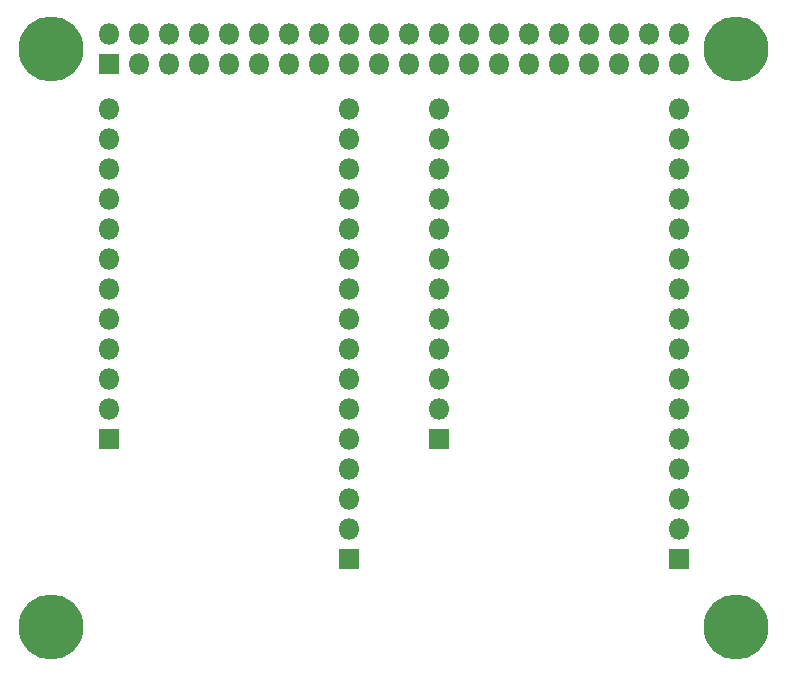
<source format=gts>
%TF.GenerationSoftware,KiCad,Pcbnew,(5.1.6)-1*%
%TF.CreationDate,2020-08-17T20:49:59+02:00*%
%TF.ProjectId,PiToFeather,5069546f-4665-4617-9468-65722e6b6963,rev?*%
%TF.SameCoordinates,Original*%
%TF.FileFunction,Soldermask,Top*%
%TF.FilePolarity,Negative*%
%FSLAX46Y46*%
G04 Gerber Fmt 4.6, Leading zero omitted, Abs format (unit mm)*
G04 Created by KiCad (PCBNEW (5.1.6)-1) date 2020-08-17 20:49:59*
%MOMM*%
%LPD*%
G01*
G04 APERTURE LIST*
%ADD10C,5.500000*%
%ADD11O,1.800000X1.800000*%
%ADD12R,1.800000X1.800000*%
G04 APERTURE END LIST*
D10*
%TO.C,H4*%
X97480000Y-128700000D03*
%TD*%
%TO.C,H3*%
X155480000Y-128700000D03*
%TD*%
%TO.C,H2*%
X155480000Y-79700000D03*
%TD*%
%TO.C,H1*%
X97480000Y-79700000D03*
%TD*%
D11*
%TO.C,U1*%
X150610000Y-78430000D03*
X150610000Y-80970000D03*
X148070000Y-78430000D03*
X148070000Y-80970000D03*
X145530000Y-78430000D03*
X145530000Y-80970000D03*
X142990000Y-78430000D03*
X142990000Y-80970000D03*
X140450000Y-78430000D03*
X140450000Y-80970000D03*
X137910000Y-78430000D03*
X137910000Y-80970000D03*
X135370000Y-78430000D03*
X135370000Y-80970000D03*
X132830000Y-78430000D03*
X132830000Y-80970000D03*
X130290000Y-78430000D03*
X130290000Y-80970000D03*
X127750000Y-78430000D03*
X127750000Y-80970000D03*
X125210000Y-78430000D03*
X125210000Y-80970000D03*
X122670000Y-78430000D03*
X122670000Y-80970000D03*
X120130000Y-78430000D03*
X120130000Y-80970000D03*
X117590000Y-78430000D03*
X117590000Y-80970000D03*
X115050000Y-78430000D03*
X115050000Y-80970000D03*
X112510000Y-78430000D03*
X112510000Y-80970000D03*
X109970000Y-78430000D03*
X109970000Y-80970000D03*
X107430000Y-78430000D03*
X107430000Y-80970000D03*
X104890000Y-78430000D03*
X104890000Y-80970000D03*
X102350000Y-78430000D03*
D12*
X102350000Y-80970000D03*
%TD*%
D11*
%TO.C,U4*%
X130290000Y-84780000D03*
X130290000Y-87320000D03*
X130290000Y-89860000D03*
X130290000Y-92400000D03*
X130290000Y-94940000D03*
X130290000Y-97480000D03*
X130290000Y-100020000D03*
X130290000Y-102560000D03*
X130290000Y-105100000D03*
X130290000Y-107640000D03*
X130290000Y-110180000D03*
D12*
X130290000Y-112720000D03*
%TD*%
D11*
%TO.C,U5*%
X150610000Y-84780000D03*
X150610000Y-87320000D03*
X150610000Y-89860000D03*
X150610000Y-92400000D03*
X150610000Y-94940000D03*
X150610000Y-97480000D03*
X150610000Y-100020000D03*
X150610000Y-102560000D03*
X150610000Y-105100000D03*
X150610000Y-107640000D03*
X150610000Y-110180000D03*
X150610000Y-112720000D03*
X150610000Y-115260000D03*
X150610000Y-117800000D03*
X150610000Y-120340000D03*
D12*
X150610000Y-122880000D03*
%TD*%
D11*
%TO.C,U3*%
X122670000Y-84780000D03*
X122670000Y-87320000D03*
X122670000Y-89860000D03*
X122670000Y-92400000D03*
X122670000Y-94940000D03*
X122670000Y-97480000D03*
X122670000Y-100020000D03*
X122670000Y-102560000D03*
X122670000Y-105100000D03*
X122670000Y-107640000D03*
X122670000Y-110180000D03*
X122670000Y-112720000D03*
X122670000Y-115260000D03*
X122670000Y-117800000D03*
X122670000Y-120340000D03*
D12*
X122670000Y-122880000D03*
%TD*%
D11*
%TO.C,U2*%
X102350000Y-84780000D03*
X102350000Y-87320000D03*
X102350000Y-89860000D03*
X102350000Y-92400000D03*
X102350000Y-94940000D03*
X102350000Y-97480000D03*
X102350000Y-100020000D03*
X102350000Y-102560000D03*
X102350000Y-105100000D03*
X102350000Y-107640000D03*
X102350000Y-110180000D03*
D12*
X102350000Y-112720000D03*
%TD*%
M02*

</source>
